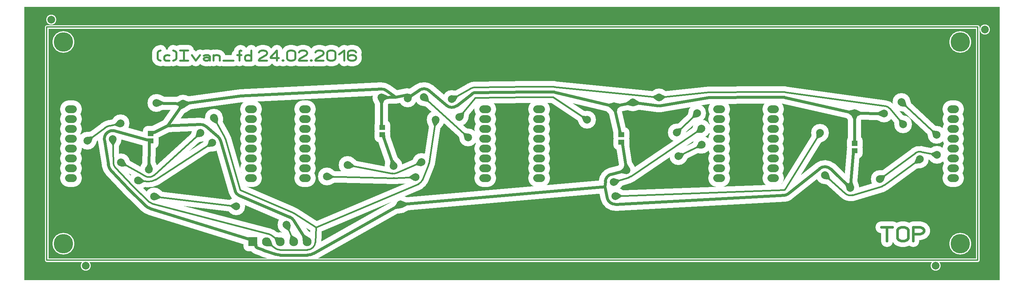
<source format=gbr>
%FSLAX34Y34*%
%MOMM*%
%LNCOPPER_TOP*%
G71*
G01*
%ADD10C, 2.600*%
%ADD11C, 0.933*%
%ADD12C, 3.400*%
%ADD13C, 3.000*%
%ADD14C, 4.600*%
%ADD15C, 4.600*%
%ADD16C, 4.900*%
%ADD17C, 3.700*%
%ADD18C, 3.450*%
%ADD19C, 5.600*%
%ADD20C, 2.600*%
%ADD21C, 2.876*%
%ADD22C, 3.035*%
%ADD23C, 0.333*%
%ADD24C, 0.800*%
%ADD25C, 0.400*%
%ADD26C, 2.000*%
%ADD27C, 2.000*%
%ADD28C, 2.300*%
%ADD29C, 1.100*%
%ADD30C, 0.850*%
%ADD31C, 5.000*%
%ADD32C, 0.476*%
%ADD33C, 0.635*%
%LPD*%
G36*
X-50000Y655332D02*
X2463571Y655332D01*
X2463571Y-50000D01*
X-50000Y-50000D01*
X-50000Y655332D01*
G37*
%LPC*%
G36*
X527440Y37786D02*
X550440Y37786D01*
X550440Y60786D01*
X527440Y60786D01*
X527440Y37786D01*
G37*
G54D10*
X527440Y37786D02*
X550440Y37786D01*
X550440Y60786D01*
X527440Y60786D01*
X527440Y37786D01*
G36*
X2082289Y277735D02*
X2097289Y277735D01*
X2097289Y290735D01*
X2082289Y290735D01*
X2082289Y277735D01*
G37*
G54D10*
X2082289Y277735D02*
X2097289Y277735D01*
X2097289Y290735D01*
X2082289Y290735D01*
X2082289Y277735D01*
G36*
X2082289Y296735D02*
X2097289Y296735D01*
X2097289Y309735D01*
X2082289Y309735D01*
X2082289Y296735D01*
G37*
G54D10*
X2082289Y296735D02*
X2097289Y296735D01*
X2097289Y309735D01*
X2082289Y309735D01*
X2082289Y296735D01*
G36*
X1480665Y299934D02*
X1495665Y299934D01*
X1495665Y312934D01*
X1480665Y312934D01*
X1480665Y299934D01*
G37*
G54D10*
X1480665Y299934D02*
X1495665Y299934D01*
X1495665Y312934D01*
X1480665Y312934D01*
X1480665Y299934D01*
G36*
X1480665Y318934D02*
X1495665Y318934D01*
X1495665Y331934D01*
X1480665Y331934D01*
X1480665Y318934D01*
G37*
G54D10*
X1480665Y318934D02*
X1495665Y318934D01*
X1495665Y331934D01*
X1480665Y331934D01*
X1480665Y318934D01*
G36*
X267943Y303156D02*
X282943Y303156D01*
X282943Y316156D01*
X267943Y316156D01*
X267943Y303156D01*
G37*
G54D10*
X267943Y303156D02*
X282943Y303156D01*
X282943Y316156D01*
X267943Y316156D01*
X267943Y303156D01*
G36*
X267943Y322156D02*
X282943Y322156D01*
X282943Y335156D01*
X267943Y335156D01*
X267943Y322156D01*
G37*
G54D10*
X267943Y322156D02*
X282943Y322156D01*
X282943Y335156D01*
X267943Y335156D01*
X267943Y322156D01*
G36*
X864780Y318982D02*
X879780Y318982D01*
X879780Y331982D01*
X864780Y331982D01*
X864780Y318982D01*
G37*
G54D10*
X864780Y318982D02*
X879780Y318982D01*
X879780Y331982D01*
X864780Y331982D01*
X864780Y318982D01*
G36*
X864780Y337982D02*
X879780Y337982D01*
X879780Y350982D01*
X864780Y350982D01*
X864780Y337982D01*
G37*
G54D10*
X864780Y337982D02*
X879780Y337982D01*
X879780Y350982D01*
X864780Y350982D01*
X864780Y337982D01*
G54D11*
X7183Y1666D02*
X7183Y603666D01*
X2407183Y603666D01*
X2407183Y1666D01*
X7183Y1666D01*
G54D12*
X1316298Y435476D02*
X1469997Y399121D01*
X1484572Y332792D01*
G54D12*
G75*
G01X1316217Y435495D02*
G03X1312729Y435892I-3488J-15108D01*
G01*
G54D12*
X1248422Y435892D02*
X1312729Y435892D01*
G54D12*
G75*
G01X1248422Y435892D02*
G03X1248151Y435890I0J-15505D01*
G01*
G54D12*
X1113210Y434462D02*
X1248258Y435891D01*
G54D12*
G75*
G01X1113103Y434461D02*
G03X1103828Y431176I271J-15503D01*
G01*
G54D12*
X1064887Y400625D02*
X1103804Y431157D01*
G54D12*
G75*
G01X1037511Y401315D02*
G03X1064853Y400599I14105J16226D01*
G01*
G54D12*
X993731Y438941D02*
X1037602Y401236D01*
G54D12*
G75*
G01X993822Y438862D02*
G03X967694Y440460I-14105J-16226D01*
G01*
G54D12*
X937710Y419207D02*
X944899Y424827D01*
X967557Y440367D01*
G54D12*
X290116Y407717D02*
X358637Y405224D01*
X318825Y349110D01*
X402949Y352194D01*
G54D12*
X882601Y439606D02*
X906193Y422664D01*
X870060Y422143D01*
X870060Y350982D01*
X870060Y346982D01*
X872280Y344482D01*
G54D12*
X2089789Y303235D02*
X2089049Y305735D01*
X2089049Y309735D01*
X2089049Y381483D01*
X1908824Y422150D01*
G54D12*
G75*
G01X417557Y347178D02*
G03X402987Y352195I-13820J-16470D01*
G01*
G54D12*
X448217Y321292D02*
X417607Y347136D01*
G54D12*
G75*
G01X455014Y310790D02*
G03X448167Y321334I-20667J-5926D01*
G01*
G54D12*
X493272Y179535D02*
X454988Y310880D01*
G54D12*
G75*
G01X493254Y179600D02*
G03X502100Y169602I14904J4274D01*
G01*
G54D12*
X634258Y112887D02*
X502043Y169626D01*
G54D12*
G75*
G01X644012Y104522D02*
G03X634180Y112920I-18233J-11393D01*
G01*
G54D12*
X678940Y49286D02*
X643951Y104620D01*
G54D12*
X1582462Y400384D02*
X1517909Y409089D01*
X1469997Y399121D01*
G54D12*
G75*
G01X1582343Y400400D02*
G03X1588698Y400456I2992J21291D01*
G01*
G54D12*
X1714356Y421479D02*
X1588883Y400486D01*
G54D12*
G75*
G01X1715017Y421534D02*
G03X1714390Y421485I0J-4005D01*
G01*
G54D12*
X1907942Y422248D02*
X1854352Y422248D01*
X1854331Y422248D01*
X1714996Y421534D01*
G54D12*
G75*
G01X1908843Y422145D02*
G03X1907942Y422248I-901J-3902D01*
G01*
G54D12*
G75*
G01X1484665Y331934D02*
G03X1484578Y332766I-4000J0D01*
G01*
G54D12*
X1488165Y325434D02*
X1484665Y327934D01*
X1484665Y331934D01*
G54D12*
G75*
G01X882697Y439537D02*
G03X868935Y443614I-12637J-17394D01*
G01*
G54D12*
X507961Y425815D02*
X869001Y443617D01*
G54D12*
G75*
G01X507948Y425814D02*
G03X507601Y425781I210J-3999D01*
G01*
G54D12*
X358637Y405224D02*
X507610Y425782D01*
G54D12*
X944885Y424845D02*
X944899Y424827D01*
X943602Y418076D01*
G54D12*
G75*
G01X944901Y424825D02*
G03X936125Y428193I-7191J-5618D01*
G01*
G54D12*
X906193Y422664D02*
X936052Y428180D01*
G54D12*
X2089049Y381483D02*
X2165509Y380302D01*
G54D12*
X284772Y331599D02*
X318825Y349110D01*
G54D12*
G75*
G01X282943Y331156D02*
G03X284759Y331592I0J4000D01*
G01*
G54D12*
X275443Y328656D02*
X278943Y331156D01*
X282943Y331156D01*
G54D12*
X876006Y317657D02*
X901650Y244581D01*
G54D12*
G75*
G01X875780Y318982D02*
G03X875998Y317680I4000J0D01*
G01*
G54D12*
X872280Y325482D02*
X875780Y322982D01*
X875780Y318982D01*
G54D12*
X1463095Y223819D02*
X1501853Y233966D01*
X1491712Y299321D01*
G54D12*
G75*
G01X1462975Y223787D02*
G03X1447158Y205267I5565J-20767D01*
G01*
G54D12*
X1451725Y162904D02*
X1445813Y191412D01*
X1447140Y205096D01*
G54D12*
X2028016Y236908D02*
X2078540Y188292D01*
X2086274Y277389D01*
G54D12*
G75*
G01X2028044Y236881D02*
G03X1999578Y238124I-14935J-15466D01*
G01*
G54D12*
X1917636Y172487D02*
X1999668Y238195D01*
G54D12*
G75*
G01X1908755Y169104D02*
G03X1917701Y172538I-812J15484D01*
G01*
G54D12*
X1473928Y145801D02*
X1908773Y169105D01*
G54D12*
G75*
G01X1451747Y162800D02*
G03X1473902Y145799I21030J4470D01*
G01*
G54D12*
X267943Y312156D02*
X271943Y312156D01*
X275443Y309656D01*
X271943Y307156D01*
X271943Y303156D01*
X271943Y303106D01*
X271102Y235415D01*
G54D12*
G75*
G01X265187Y312543D02*
G03X267943Y312156I2756J9613D01*
G01*
G54D12*
X183390Y335312D02*
X265261Y312522D01*
G54D12*
G75*
G01X183550Y335267D02*
G03X156389Y311237I-5926J-20667D01*
G01*
G54D12*
X166167Y248600D02*
X156381Y311284D01*
G54D12*
G75*
G01X166178Y248528D02*
G03X174637Y231184I32594J5162D01*
G01*
G54D12*
X218669Y184764D02*
X174830Y230979D01*
G54D12*
G75*
G01X218476Y184969D02*
G03X219687Y183737I24135J22506D01*
G01*
G54D12*
X261451Y142851D02*
X219526Y183893D01*
G54D12*
G75*
G01X261612Y142695D02*
G03X274888Y134875I22924J23738D01*
G01*
G54D12*
X526256Y56965D02*
X274766Y134912D01*
G54D12*
G75*
G01X526270Y56961D02*
G03X527440Y56786I1170J3825D01*
G01*
G54D12*
X546440Y37786D02*
X546440Y41786D01*
X538940Y49286D01*
X531440Y56786D01*
X527440Y56786D01*
G54D12*
X1445813Y191412D02*
X919120Y145577D01*
X695933Y19261D01*
G54D12*
G75*
G01X1491665Y299934D02*
G03X1491714Y299308I4000J0D01*
G01*
G54D12*
X1488165Y306434D02*
X1491665Y303934D01*
X1491665Y299934D01*
G54D12*
G75*
G01X678940Y14786D02*
G03X696190Y19408I0J34500D01*
G01*
G54D12*
X608940Y14786D02*
X678940Y14786D01*
G54D12*
G75*
G01X597708Y16665D02*
G03X608940Y14785I11232J32621D01*
G01*
G54D12*
X566383Y27563D02*
X597604Y16701D01*
G54D12*
G75*
G01X566074Y27673D02*
G03X566452Y27539I7866J21613D01*
G01*
G54D12*
X549040Y34039D02*
X565887Y27742D01*
G54D12*
G75*
G01X546440Y37786D02*
G03X549072Y34027I4000J0D01*
G01*
G54D12*
G75*
G01X2086274Y277386D02*
G03X2086289Y277735I-3985J349D01*
G01*
G54D12*
X2089789Y284235D02*
X2086289Y281735D01*
X2086289Y277735D01*
G54D12*
X1466308Y394389D02*
X1455984Y402436D01*
X1468820Y405005D01*
G54D12*
X361638Y400029D02*
X350305Y393480D01*
X352742Y406341D01*
G54D12*
X944899Y424827D02*
X938034Y425198D01*
G54D12*
X872481Y427633D02*
X884459Y422351D01*
X872639Y416725D01*
G54D12*
X2094503Y378983D02*
X2089049Y367083D01*
X2083595Y378983D01*
G54D12*
X671507Y48283D02*
X669320Y64500D01*
X683033Y55571D01*
G54D12*
X1521116Y414160D02*
X1532180Y407165D01*
X1519658Y403350D01*
G54D12*
X2085409Y376712D02*
X2075002Y384653D01*
X2087811Y387354D01*
G54D12*
X355941Y399864D02*
X344247Y405748D01*
X356337Y410766D01*
G54D12*
X292812Y413077D02*
X304506Y407193D01*
X292416Y402175D01*
G54D12*
X1475860Y397849D02*
X1473087Y385057D01*
X1465206Y395509D01*
G54D12*
X360368Y410969D02*
X372902Y407193D01*
X361860Y400163D01*
G54D12*
X1516572Y403240D02*
X1503811Y406156D01*
X1514350Y413920D01*
G54D12*
X1471334Y404970D02*
X1484095Y402054D01*
X1473556Y394290D01*
G54D12*
X2162925Y374887D02*
X2151111Y380524D01*
X2163093Y385795D01*
G54D12*
X2091633Y386898D02*
X2103447Y381261D01*
X2091465Y375990D01*
G54D12*
X875514Y419643D02*
X870060Y407743D01*
X864606Y419643D01*
G54D12*
X895675Y245134D02*
X896882Y258169D01*
X905969Y248746D01*
G54D12*
X1500815Y228056D02*
X1487922Y230319D01*
X1498053Y238610D01*
G54D12*
X2072957Y186096D02*
X2068164Y198277D01*
X2080521Y193956D01*
G54D12*
X265679Y237983D02*
X271281Y249814D01*
X276587Y237847D01*
G54D12*
X921138Y151228D02*
X933466Y146825D01*
X922084Y140360D01*
G54D12*
X1496080Y235600D02*
X1499645Y248196D01*
X1506860Y237272D01*
G54D12*
X919631Y139599D02*
X906588Y138484D01*
X914257Y149093D01*
G54D12*
X2073322Y191255D02*
X2079785Y202638D01*
X2084190Y190311D01*
G54D13*
X2166016Y195313D02*
X2257416Y262297D01*
G54D13*
G75*
G01X2160190Y192393D02*
G03X2165951Y195265I-5701J18648D01*
G01*
G54D13*
X2084135Y169612D02*
X2160084Y192361D01*
G54D13*
G75*
G01X2065492Y173801D02*
G03X2084241Y169644I13048J14491D01*
G01*
G54D13*
X2013109Y221415D02*
X2065424Y173862D01*
G54D13*
X2261180Y281430D02*
X2301979Y273404D01*
G54D13*
G75*
G01X2261137Y281439D02*
G03X2245954Y278073I-3721J-19142D01*
G01*
G54D13*
X2154489Y211041D02*
X2245889Y278025D01*
G54D13*
X1512780Y217815D02*
X1695163Y341213D01*
G54D13*
G75*
G01X1507554Y215318D02*
G03X1512757Y217800I-5701J18648D01*
G01*
G54D13*
X1468540Y203020D02*
X1507715Y215368D01*
G54D13*
X1635267Y269916D02*
X1695781Y300024D01*
G54D13*
X900932Y213589D02*
X729728Y217555D01*
G54D13*
G75*
G01X901109Y213586D02*
G03X903272Y213624I541J30995D01*
G01*
G54D13*
X957867Y216342D02*
X903192Y213619D01*
G54D13*
X898001Y225425D02*
X783208Y247291D01*
G54D13*
G75*
G01X897929Y225439D02*
G03X909581Y226767I3721J19142D01*
G01*
G54D13*
X973334Y254624D02*
X909458Y226712D01*
G54D13*
X288036Y209449D02*
X434347Y304864D01*
G54D13*
G75*
G01X267324Y204646D02*
G03X287986Y209416I3778J30769D01*
G01*
G54D13*
X242611Y207475D02*
X267575Y204616D01*
G54D13*
X1908014Y182584D02*
X1472777Y167270D01*
G54D13*
G75*
G01X1908013Y182584D02*
G03X1909644Y183526I-70J2004D01*
G01*
G54D13*
X2000487Y330046D02*
X1909647Y183531D01*
G54D13*
X1111825Y420232D02*
X1071193Y370830D01*
G54D13*
G75*
G01X1113339Y420963D02*
G03X1111816Y420220I35J-2005D01*
G01*
G54D13*
X1312729Y422392D02*
X1248422Y422392D01*
X1248401Y422392D01*
X1113353Y420963D01*
G54D13*
G75*
G01X1313850Y422049D02*
G03X1312729Y422392I-1121J-1662D01*
G01*
G54D13*
X1400070Y364094D02*
X1313848Y422051D01*
G54D13*
X496100Y140738D02*
X284536Y166433D01*
G54D13*
X586540Y66086D02*
X608940Y49286D01*
G54D13*
G75*
G01X586578Y66057D02*
G03X579375Y69570I-12638J-16771D01*
G01*
G54D13*
X279626Y147561D02*
X579228Y69609D01*
G54D13*
G75*
G01X270990Y152406D02*
G03X279489Y147597I13546J14027D01*
G01*
G54D13*
X228970Y193540D02*
X270895Y152498D01*
G54D13*
G75*
G01X228350Y194176D02*
G03X229065Y193448I14261J13299D01*
G01*
G54D13*
X184625Y240270D02*
X228464Y194055D01*
G54D13*
G75*
G01X179284Y253009D02*
G03X184511Y240391I19488J681D01*
G01*
G54D13*
X177624Y314600D02*
X179279Y253165D01*
G54D13*
X2210554Y409472D02*
X2301042Y324947D01*
G54D13*
X1631014Y331149D02*
X1683671Y381449D01*
G54D13*
X979717Y422636D02*
X1093622Y318315D01*
G54D13*
X156867Y342780D02*
X112645Y310207D01*
G54D13*
G75*
G01X170347Y348835D02*
G03X157052Y342916I7277J-34235D01*
G01*
G54D13*
X197690Y354574D02*
X170435Y348854D01*
G54D13*
X251971Y224582D02*
X198772Y253690D01*
G54D13*
G75*
G01X253231Y223828D02*
G03X252064Y224529I-10620J-16353D01*
G01*
G54D13*
X260386Y219124D02*
X253327Y223766D01*
G54D13*
G75*
G01X260482Y219062D02*
G03X284400Y221154I10620J16353D01*
G01*
G54D13*
X403737Y330708D02*
X284289Y221050D01*
G54D13*
X464841Y322044D02*
X438419Y368942D01*
G54D13*
G75*
G01X467991Y314511D02*
G03X464959Y321832I-33644J-9647D01*
G01*
G54D13*
X506233Y183313D02*
X467949Y314658D01*
G54D13*
G75*
G01X506231Y183321D02*
G03X507375Y182028I1927J553D01*
G01*
G54D13*
X639582Y125292D02*
X507367Y182031D01*
G54D13*
G75*
G01X644841Y122482D02*
G03X639455Y125347I-19062J-29353D01*
G01*
G54D13*
X965505Y198400D02*
X701663Y86087D01*
X644657Y122601D01*
G54D13*
X1099171Y444248D02*
X1051616Y417541D01*
G54D13*
G75*
G01X1112868Y447959D02*
G03X1099312Y444326I506J-29001D01*
G01*
G54D13*
X1248115Y449390D02*
X1113067Y447961D01*
G54D13*
G75*
G01X1248422Y449392D02*
G03X1247916Y449388I0J-29005D01*
G01*
G54D13*
X1312729Y449392D02*
X1248422Y449392D01*
G54D13*
G75*
G01X1315761Y449233D02*
G03X1312729Y449392I-3032J-28846D01*
G01*
G54D13*
X1713213Y434941D02*
X1585335Y421691D01*
X1519923Y428485D01*
X1519881Y428489D01*
X1315662Y449243D01*
G54D13*
G75*
G01X1715017Y435034D02*
G03X1713187Y434938I0J-17505D01*
G01*
G54D13*
X1907942Y435748D02*
X1854352Y435748D01*
X1854262Y435748D01*
X1714927Y435034D01*
G54D13*
G75*
G01X1910378Y435578D02*
G03X1907942Y435748I-2436J-17335D01*
G01*
G54D13*
X2168203Y399615D02*
X1910360Y435580D01*
G54D13*
G75*
G01X2180448Y392837D02*
G03X2168223Y399613I-14939J-12535D01*
G01*
G54D13*
X2214827Y352293D02*
X2180382Y392914D01*
G54D13*
G75*
G01X965486Y198392D02*
G03X975947Y209037I-7619J17950D01*
G01*
G54D13*
X991414Y247319D02*
X975947Y209037D01*
G54D13*
G75*
G01X991414Y247319D02*
G03X992594Y251574I-18080J7305D01*
G01*
G54D13*
X1009944Y363927D02*
X992606Y251648D01*
G54D13*
X699918Y48317D02*
X701663Y86087D01*
G54D13*
G75*
G01X678940Y28286D02*
G03X699911Y48187I0J21000D01*
G01*
G54D13*
X608940Y28286D02*
X678940Y28286D01*
G54D13*
G75*
G01X596302Y32515D02*
G03X608940Y28286I12638J16771D01*
G01*
G54D13*
X573940Y49286D02*
X596340Y32486D01*
G54D13*
X643940Y49286D02*
X625779Y93129D01*
G54D13*
X2257907Y254312D02*
X2245479Y253548D01*
X2249949Y265170D01*
G54D13*
X2020836Y223487D02*
X2024061Y211460D01*
X2011782Y213525D01*
G54D13*
X2296437Y267635D02*
X2287457Y276261D01*
X2299035Y280843D01*
G54D13*
X2153998Y219026D02*
X2166426Y219790D01*
X2161956Y208168D01*
G54D13*
X1695353Y333215D02*
X1682905Y332919D01*
X1687809Y344365D01*
G54D13*
X1470641Y210739D02*
X1482655Y207469D01*
X1474687Y197901D01*
G54D13*
X1694907Y292072D02*
X1682530Y293431D01*
X1688911Y304124D01*
G54D13*
X1636141Y277868D02*
X1648518Y276509D01*
X1642137Y265816D01*
G54D13*
X734207Y224184D02*
X744524Y217212D01*
X733895Y210726D01*
G54D13*
X953883Y209405D02*
X943085Y215606D01*
X953213Y222849D01*
G54D13*
X788715Y253094D02*
X797747Y244522D01*
X786197Y239870D01*
G54D13*
X972066Y246725D02*
X959772Y248698D01*
X966676Y259061D01*
G54D13*
X434401Y296864D02*
X421950Y296780D01*
X427049Y308140D01*
G54D13*
X247673Y213670D02*
X257315Y205791D01*
X246141Y200296D01*
G54D13*
X1476863Y174148D02*
X1487568Y167790D01*
X1477335Y160696D01*
G54D13*
X2003929Y322824D02*
X1992688Y317467D01*
X1992487Y329918D01*
G54D13*
X1068742Y378445D02*
X1080594Y382260D01*
X1079138Y369895D01*
G54D13*
X1392726Y360920D02*
X1387787Y372350D01*
X1400236Y372092D01*
G54D13*
X289640Y172593D02*
X299228Y164649D01*
X288018Y159231D01*
G54D13*
X490996Y134578D02*
X481408Y142522D01*
X492618Y147940D01*
G54D13*
X599879Y46432D02*
X595900Y59066D01*
X609143Y58784D01*
G54D13*
X184469Y310458D02*
X178023Y299805D01*
X171013Y310096D01*
G54D13*
X2293287Y322981D02*
X2290227Y335050D01*
X2302477Y332817D01*
G54D13*
X2218309Y411438D02*
X2221369Y399369D01*
X2209119Y401602D01*
G54D13*
X1685193Y373595D02*
X1672969Y371226D01*
X1675895Y383329D01*
G54D13*
X1629492Y339003D02*
X1641716Y341372D01*
X1638790Y329269D01*
G54D13*
X1085887Y316273D02*
X1082708Y328311D01*
X1094979Y326199D01*
G54D13*
X987452Y424678D02*
X990631Y412640D01*
X978360Y414752D01*
G54D13*
X112136Y318190D02*
X124561Y318984D01*
X120118Y307352D01*
G54D13*
X194840Y347099D02*
X183206Y351534D01*
X192076Y360273D01*
G54D13*
X205797Y257519D02*
X211756Y246586D01*
X199335Y245709D01*
G54D13*
X405104Y322826D02*
X392835Y320699D01*
X396000Y332742D01*
G54D13*
X446406Y368479D02*
X445684Y356048D01*
X434678Y361871D01*
G54D13*
X1052090Y425526D02*
X1064520Y424788D01*
X1058682Y413790D01*
G54D13*
X1580339Y415443D02*
X1570614Y423220D01*
X1581729Y428833D01*
G54D13*
X1588942Y428832D02*
X1600056Y423216D01*
X1590330Y415442D01*
G54D13*
X2206897Y351238D02*
X2205255Y363581D01*
X2217163Y359944D01*
G54D13*
X1015936Y358626D02*
X1007685Y349300D01*
X1002632Y360680D01*
G54D13*
X583001Y52140D02*
X586980Y39506D01*
X573737Y39788D01*
G54D13*
X633652Y91710D02*
X631443Y79456D01*
X621216Y86558D01*
G54D13*
X634689Y51447D02*
X637702Y64345D01*
X648953Y57355D01*
G54D14*
X1874737Y391566D02*
X1884737Y391566D01*
G54D14*
X1874737Y366166D02*
X1884737Y366166D01*
G54D14*
X1874737Y340766D02*
X1884737Y340766D01*
G54D14*
X1874737Y315366D02*
X1884737Y315366D01*
G54D14*
X1874737Y289966D02*
X1884737Y289966D01*
G54D14*
X1874737Y264566D02*
X1884737Y264566D01*
G54D14*
X1874737Y239166D02*
X1884737Y239166D01*
G54D14*
X1874737Y213766D02*
X1884737Y213766D01*
G54D14*
X2338737Y391566D02*
X2348737Y391566D01*
G54D14*
X2338737Y366166D02*
X2348737Y366166D01*
G54D14*
X2338737Y340766D02*
X2348737Y340766D01*
G54D14*
X2338737Y315366D02*
X2348737Y315366D01*
G54D14*
X2338737Y289966D02*
X2348737Y289966D01*
G54D14*
X2338737Y264566D02*
X2348737Y264566D01*
G54D14*
X2338737Y239166D02*
X2348737Y239166D01*
G54D14*
X2338737Y213766D02*
X2348737Y213766D01*
G54D14*
X1271554Y391566D02*
X1281554Y391566D01*
G54D14*
X1271554Y366166D02*
X1281554Y366166D01*
G54D14*
X1271554Y340766D02*
X1281554Y340766D01*
G54D14*
X1271554Y315366D02*
X1281554Y315366D01*
G54D14*
X1271554Y289966D02*
X1281554Y289966D01*
G54D14*
X1271554Y264566D02*
X1281554Y264566D01*
G54D14*
X1271554Y239166D02*
X1281554Y239166D01*
G54D14*
X1271554Y213766D02*
X1281554Y213766D01*
G54D14*
X1735554Y391566D02*
X1745554Y391566D01*
G54D14*
X1735554Y366166D02*
X1745554Y366166D01*
G54D14*
X1735554Y340766D02*
X1745554Y340766D01*
G54D14*
X1735554Y315366D02*
X1745554Y315366D01*
G54D14*
X1735554Y289966D02*
X1745554Y289966D01*
G54D14*
X1735554Y264566D02*
X1745554Y264566D01*
G54D14*
X1735554Y239166D02*
X1745554Y239166D01*
G54D14*
X1735554Y213766D02*
X1745554Y213766D01*
G54D14*
X668364Y391566D02*
X678364Y391566D01*
G54D14*
X668364Y366166D02*
X678364Y366166D01*
G54D14*
X668364Y340766D02*
X678364Y340766D01*
G54D14*
X668364Y315366D02*
X678364Y315366D01*
G54D14*
X668364Y289966D02*
X678364Y289966D01*
G54D14*
X668364Y264566D02*
X678364Y264566D01*
G54D14*
X668364Y239166D02*
X678364Y239166D01*
G54D14*
X668364Y213766D02*
X678364Y213766D01*
G54D14*
X1132364Y391566D02*
X1142364Y391566D01*
G54D14*
X1132364Y366166D02*
X1142364Y366166D01*
G54D14*
X1132364Y340766D02*
X1142364Y340766D01*
G54D14*
X1132364Y315366D02*
X1142364Y315366D01*
G54D14*
X1132364Y289966D02*
X1142364Y289966D01*
G54D14*
X1132364Y264566D02*
X1142364Y264566D01*
G54D14*
X1132364Y239166D02*
X1142364Y239166D01*
G54D14*
X1132364Y213766D02*
X1142364Y213766D01*
G54D14*
X64834Y391566D02*
X74834Y391566D01*
G54D14*
X64834Y366166D02*
X74834Y366166D01*
G54D14*
X64834Y340766D02*
X74834Y340766D01*
G54D14*
X64834Y315366D02*
X74834Y315366D01*
G54D14*
X64834Y289966D02*
X74834Y289966D01*
G54D14*
X64834Y264566D02*
X74834Y264566D01*
G54D14*
X64834Y239166D02*
X74834Y239166D01*
G54D14*
X64834Y213766D02*
X74834Y213766D01*
G54D14*
X528834Y391566D02*
X538834Y391566D01*
G54D14*
X528834Y366166D02*
X538834Y366166D01*
G54D14*
X528834Y340766D02*
X538834Y340766D01*
G54D14*
X528834Y315366D02*
X538834Y315366D01*
G54D14*
X528834Y289966D02*
X538834Y289966D01*
G54D14*
X528834Y264566D02*
X538834Y264566D01*
G54D14*
X528834Y239166D02*
X538834Y239166D01*
G54D14*
X528834Y213766D02*
X538834Y213766D01*
X919120Y145577D02*
G54D15*
D03*
X870060Y422143D02*
G54D15*
D03*
X358637Y405224D02*
G54D15*
D03*
X1501853Y233966D02*
G54D15*
D03*
X1585335Y421691D02*
G54D15*
D03*
X2089049Y381483D02*
G54D15*
D03*
X1009944Y363927D02*
G54D15*
D03*
X271102Y235415D02*
G54D15*
D03*
X1469997Y399121D02*
G54D15*
D03*
X1517909Y409089D02*
G54D15*
D03*
X625779Y93129D02*
G54D15*
D03*
X937710Y419207D02*
G54D15*
D03*
X2078540Y188292D02*
G54D15*
D03*
X2257416Y262297D02*
G54D15*
D03*
X2013109Y221415D02*
G54D15*
D03*
X2301979Y273404D02*
G54D15*
D03*
X2154489Y211041D02*
G54D15*
D03*
X1695163Y341213D02*
G54D15*
D03*
X1468540Y203020D02*
G54D15*
D03*
X1695781Y300024D02*
G54D15*
D03*
X1635267Y269916D02*
G54D15*
D03*
X729728Y217555D02*
G54D15*
D03*
X957867Y216342D02*
G54D15*
D03*
X783208Y247291D02*
G54D15*
D03*
X973334Y254624D02*
G54D15*
D03*
X434347Y304864D02*
G54D15*
D03*
X242611Y207475D02*
G54D15*
D03*
X290116Y407717D02*
G54D15*
D03*
X2165509Y380302D02*
G54D15*
D03*
X1472777Y167270D02*
G54D15*
D03*
X2000487Y330046D02*
G54D15*
D03*
X1071193Y370830D02*
G54D15*
D03*
X1400070Y364094D02*
G54D15*
D03*
X284536Y166433D02*
G54D15*
D03*
X496100Y140738D02*
G54D15*
D03*
X177624Y314600D02*
G54D15*
D03*
X2301042Y324947D02*
G54D15*
D03*
X2210554Y409472D02*
G54D15*
D03*
X1683671Y381449D02*
G54D15*
D03*
X1631014Y331149D02*
G54D15*
D03*
X1093622Y318315D02*
G54D15*
D03*
X979717Y422636D02*
G54D15*
D03*
X112645Y310207D02*
G54D15*
D03*
X197690Y354574D02*
G54D15*
D03*
X198772Y253690D02*
G54D15*
D03*
X403737Y330708D02*
G54D15*
D03*
X2214827Y352293D02*
G54D15*
D03*
X1051616Y417541D02*
G54D15*
D03*
X438419Y368942D02*
G54D15*
D03*
X901650Y244581D02*
G54D15*
D03*
X678940Y49286D02*
G54D16*
D03*
X643940Y49286D02*
G54D16*
D03*
X608940Y49286D02*
G54D16*
D03*
X573940Y49286D02*
G54D16*
D03*
X538934Y49286D02*
G54D17*
D03*
X2343734Y391566D02*
G54D18*
D03*
X533834Y239166D02*
G54D18*
D03*
X533834Y213766D02*
G54D18*
D03*
X533834Y289966D02*
G54D18*
D03*
X533834Y264566D02*
G54D18*
D03*
X533834Y340766D02*
G54D18*
D03*
X533834Y315366D02*
G54D18*
D03*
X533834Y391566D02*
G54D18*
D03*
X533834Y366166D02*
G54D18*
D03*
X69834Y239166D02*
G54D18*
D03*
X69834Y213766D02*
G54D18*
D03*
X69834Y289966D02*
G54D18*
D03*
X69834Y264566D02*
G54D18*
D03*
X69834Y340766D02*
G54D18*
D03*
X69834Y315366D02*
G54D18*
D03*
X69834Y391566D02*
G54D18*
D03*
X69834Y366166D02*
G54D18*
D03*
X1137364Y239166D02*
G54D18*
D03*
X1137364Y213766D02*
G54D18*
D03*
X1137364Y289966D02*
G54D18*
D03*
X1137364Y264566D02*
G54D18*
D03*
X1137364Y340766D02*
G54D18*
D03*
X1137364Y315366D02*
G54D18*
D03*
X1137364Y391566D02*
G54D18*
D03*
X1137364Y366166D02*
G54D18*
D03*
X673364Y239166D02*
G54D18*
D03*
X673364Y213766D02*
G54D18*
D03*
X673364Y289966D02*
G54D18*
D03*
X673364Y264566D02*
G54D18*
D03*
X673364Y340766D02*
G54D18*
D03*
X673364Y315366D02*
G54D18*
D03*
X673364Y391566D02*
G54D18*
D03*
X673364Y366166D02*
G54D18*
D03*
X1740554Y239166D02*
G54D18*
D03*
X1740554Y213766D02*
G54D18*
D03*
X1740554Y289966D02*
G54D18*
D03*
X1740554Y264566D02*
G54D18*
D03*
X1740554Y340766D02*
G54D18*
D03*
X1740554Y315366D02*
G54D18*
D03*
X1740554Y391566D02*
G54D18*
D03*
X1740554Y366166D02*
G54D18*
D03*
X1276554Y239166D02*
G54D18*
D03*
X1276554Y213766D02*
G54D18*
D03*
X1276554Y289966D02*
G54D18*
D03*
X1276554Y264566D02*
G54D18*
D03*
X1276554Y340766D02*
G54D18*
D03*
X1276554Y315366D02*
G54D18*
D03*
X1276554Y391566D02*
G54D18*
D03*
X1276554Y366166D02*
G54D18*
D03*
X2343734Y239166D02*
G54D18*
D03*
X2343734Y213766D02*
G54D18*
D03*
X2343734Y289966D02*
G54D18*
D03*
X2343734Y264566D02*
G54D18*
D03*
X2343734Y340766D02*
G54D18*
D03*
X2343734Y315366D02*
G54D18*
D03*
X2343734Y366166D02*
G54D18*
D03*
X1879734Y239166D02*
G54D18*
D03*
X1879734Y213766D02*
G54D18*
D03*
X1879734Y289966D02*
G54D18*
D03*
X1879734Y264566D02*
G54D18*
D03*
X1879734Y340766D02*
G54D18*
D03*
X1879734Y315366D02*
G54D18*
D03*
X1879734Y391566D02*
G54D18*
D03*
X1879734Y366166D02*
G54D18*
D03*
X50800Y565150D02*
G54D19*
D03*
X50800Y44450D02*
G54D19*
D03*
X2362200Y44450D02*
G54D19*
D03*
X2362200Y565150D02*
G54D19*
D03*
X19050Y622300D02*
G54D20*
D03*
X107950Y-12700D02*
G54D20*
D03*
X2425700Y596900D02*
G54D20*
D03*
X2298700Y-12700D02*
G54D20*
D03*
G54D21*
X301464Y542922D02*
X296131Y541256D01*
X293464Y537922D01*
X293464Y521256D01*
X296131Y517922D01*
X301464Y516256D01*
G54D21*
X324130Y530256D02*
X318797Y531256D01*
X313464Y530256D01*
X310797Y526922D01*
X310797Y520256D01*
X313464Y516922D01*
X318797Y516256D01*
X324130Y516922D01*
G54D21*
X333463Y542922D02*
X338796Y541256D01*
X341463Y537922D01*
X341463Y521256D01*
X338796Y517922D01*
X333463Y516256D01*
G54D21*
X350796Y516256D02*
X372129Y516256D01*
G54D21*
X361463Y516256D02*
X361463Y542922D01*
G54D21*
X350796Y542922D02*
X372129Y542922D01*
G54D21*
X381462Y531256D02*
X392129Y516256D01*
X402795Y531256D01*
G54D21*
X412128Y529589D02*
X417461Y531256D01*
X423861Y531256D01*
X428128Y527922D01*
X428128Y516256D01*
G54D21*
X428128Y521256D02*
X425461Y524589D01*
X420128Y525256D01*
X414795Y524589D01*
X412128Y521256D01*
X413195Y517922D01*
X417461Y516256D01*
X420128Y516256D01*
X421195Y516256D01*
X425461Y517922D01*
X428128Y521256D01*
G54D21*
X437461Y516256D02*
X437461Y531256D01*
G54D21*
X437461Y527922D02*
X440128Y530256D01*
X445461Y531256D01*
X450794Y530256D01*
X453461Y527922D01*
X453461Y516256D01*
G54D21*
X462794Y516256D02*
X489461Y516256D01*
G54D21*
X504127Y516256D02*
X504127Y541256D01*
X506794Y542922D01*
X509461Y541922D01*
G54D21*
X498794Y531256D02*
X509461Y531256D01*
G54D21*
X534794Y516256D02*
X534794Y542922D01*
G54D21*
X534794Y526922D02*
X532127Y530256D01*
X526794Y531256D01*
X521461Y530256D01*
X518794Y526922D01*
X518794Y520256D01*
X521461Y516922D01*
X526794Y516256D01*
X532127Y516922D01*
X534794Y520256D01*
G54D21*
X575326Y516256D02*
X553993Y516256D01*
X553993Y517922D01*
X556660Y521256D01*
X572660Y531256D01*
X575326Y534589D01*
X575326Y537922D01*
X572660Y541256D01*
X567326Y542922D01*
X561993Y542922D01*
X556660Y541256D01*
X553993Y537922D01*
G54D21*
X600659Y516256D02*
X600659Y542922D01*
X584659Y526256D01*
X584659Y522922D01*
X605992Y522922D01*
G54D21*
X617458Y516256D02*
X615325Y516256D01*
X615325Y517589D01*
X617458Y517589D01*
X617458Y516256D01*
X615325Y516256D01*
G54D21*
X648124Y537922D02*
X648124Y521256D01*
X645458Y517922D01*
X640124Y516256D01*
X634791Y516256D01*
X629458Y517922D01*
X626791Y521256D01*
X626791Y537922D01*
X629458Y541256D01*
X634791Y542922D01*
X640124Y542922D01*
X645458Y541256D01*
X648124Y537922D01*
G54D21*
X678790Y516256D02*
X657457Y516256D01*
X657457Y517922D01*
X660124Y521256D01*
X676124Y531256D01*
X678790Y534589D01*
X678790Y537922D01*
X676124Y541256D01*
X670790Y542922D01*
X665457Y542922D01*
X660124Y541256D01*
X657457Y537922D01*
G54D21*
X690256Y516256D02*
X688123Y516256D01*
X688123Y517589D01*
X690256Y517589D01*
X690256Y516256D01*
X688123Y516256D01*
G54D21*
X720922Y516256D02*
X699589Y516256D01*
X699589Y517922D01*
X702256Y521256D01*
X718256Y531256D01*
X720922Y534589D01*
X720922Y537922D01*
X718256Y541256D01*
X712922Y542922D01*
X707589Y542922D01*
X702256Y541256D01*
X699589Y537922D01*
G54D21*
X751588Y537922D02*
X751588Y521256D01*
X748922Y517922D01*
X743588Y516256D01*
X738255Y516256D01*
X732922Y517922D01*
X730255Y521256D01*
X730255Y537922D01*
X732922Y541256D01*
X738255Y542922D01*
X743588Y542922D01*
X748922Y541256D01*
X751588Y537922D01*
G54D21*
X760921Y532922D02*
X774254Y542922D01*
X774254Y516256D01*
G54D21*
X804920Y537922D02*
X802254Y541256D01*
X796920Y542922D01*
X791587Y542922D01*
X786254Y541256D01*
X783587Y537922D01*
X783587Y529589D01*
X783587Y527922D01*
X791587Y531256D01*
X796920Y531256D01*
X802254Y529589D01*
X804920Y526256D01*
X804920Y521256D01*
X802254Y517922D01*
X796920Y516256D01*
X791587Y516256D01*
X786254Y517922D01*
X783587Y521256D01*
X783587Y529589D01*
G54D22*
X2173222Y50800D02*
X2173222Y86356D01*
G54D22*
X2159000Y86356D02*
X2187444Y86356D01*
G54D22*
X2228332Y79689D02*
X2228332Y57467D01*
X2224777Y53022D01*
X2217666Y50800D01*
X2210555Y50800D01*
X2203444Y53022D01*
X2199888Y57467D01*
X2199888Y79689D01*
X2203444Y84133D01*
X2210555Y86356D01*
X2217666Y86356D01*
X2224777Y84133D01*
X2228332Y79689D01*
G54D22*
X2240776Y50800D02*
X2240776Y86356D01*
X2258554Y86356D01*
X2265665Y84133D01*
X2269220Y79689D01*
X2269220Y75244D01*
X2265665Y70800D01*
X2258554Y68578D01*
X2240776Y68578D01*
%LPD*%
G36*
X527440Y37786D02*
X550440Y37786D01*
X550440Y60786D01*
X527440Y60786D01*
X527440Y37786D01*
G37*
G36*
X2082289Y277735D02*
X2097289Y277735D01*
X2097289Y290735D01*
X2082289Y290735D01*
X2082289Y277735D01*
G37*
G36*
X2082289Y296735D02*
X2097289Y296735D01*
X2097289Y309735D01*
X2082289Y309735D01*
X2082289Y296735D01*
G37*
G36*
X1480665Y299934D02*
X1495665Y299934D01*
X1495665Y312934D01*
X1480665Y312934D01*
X1480665Y299934D01*
G37*
G36*
X1480665Y318934D02*
X1495665Y318934D01*
X1495665Y331934D01*
X1480665Y331934D01*
X1480665Y318934D01*
G37*
G36*
X267943Y303156D02*
X282943Y303156D01*
X282943Y316156D01*
X267943Y316156D01*
X267943Y303156D01*
G37*
G36*
X267943Y322156D02*
X282943Y322156D01*
X282943Y335156D01*
X267943Y335156D01*
X267943Y322156D01*
G37*
G36*
X864780Y318982D02*
X879780Y318982D01*
X879780Y331982D01*
X864780Y331982D01*
X864780Y318982D01*
G37*
G36*
X864780Y337982D02*
X879780Y337982D01*
X879780Y350982D01*
X864780Y350982D01*
X864780Y337982D01*
G37*
G54D23*
X7183Y1666D02*
X7183Y603666D01*
X2407183Y603666D01*
X2407183Y1666D01*
X7183Y1666D01*
G54D24*
X1316298Y435476D02*
X1469997Y399121D01*
X1484572Y332792D01*
G54D24*
G75*
G01X1316217Y435495D02*
G03X1312729Y435892I-3488J-15108D01*
G01*
G54D24*
X1248422Y435892D02*
X1312729Y435892D01*
G54D24*
G75*
G01X1248422Y435892D02*
G03X1248151Y435890I0J-15505D01*
G01*
G54D24*
X1113210Y434462D02*
X1248258Y435891D01*
G54D24*
G75*
G01X1113103Y434461D02*
G03X1103828Y431176I271J-15503D01*
G01*
G54D24*
X1064887Y400625D02*
X1103804Y431157D01*
G54D24*
G75*
G01X1037511Y401315D02*
G03X1064853Y400599I14105J16226D01*
G01*
G54D24*
X993731Y438941D02*
X1037602Y401236D01*
G54D24*
G75*
G01X993822Y438862D02*
G03X967694Y440460I-14105J-16226D01*
G01*
G54D24*
X937710Y419207D02*
X944899Y424827D01*
X967557Y440367D01*
G54D24*
X290116Y407717D02*
X358637Y405224D01*
X318825Y349110D01*
X402949Y352194D01*
G54D24*
X882601Y439606D02*
X906193Y422664D01*
X870060Y422143D01*
X870060Y350982D01*
X870060Y346982D01*
X872280Y344482D01*
G54D24*
X2089789Y303235D02*
X2089049Y305735D01*
X2089049Y309735D01*
X2089049Y381483D01*
X1908824Y422150D01*
G54D24*
G75*
G01X417557Y347178D02*
G03X402987Y352195I-13820J-16470D01*
G01*
G54D24*
X448217Y321292D02*
X417607Y347136D01*
G54D24*
G75*
G01X455014Y310790D02*
G03X448167Y321334I-20667J-5926D01*
G01*
G54D24*
X493272Y179535D02*
X454988Y310880D01*
G54D24*
G75*
G01X493254Y179600D02*
G03X502100Y169602I14904J4274D01*
G01*
G54D24*
X634258Y112887D02*
X502043Y169626D01*
G54D24*
G75*
G01X644012Y104522D02*
G03X634180Y112920I-18233J-11393D01*
G01*
G54D24*
X678940Y49286D02*
X643951Y104620D01*
G54D24*
X1582462Y400384D02*
X1517909Y409089D01*
X1469997Y399121D01*
G54D24*
G75*
G01X1582343Y400400D02*
G03X1588698Y400456I2992J21291D01*
G01*
G54D24*
X1714356Y421479D02*
X1588883Y400486D01*
G54D24*
G75*
G01X1715017Y421534D02*
G03X1714390Y421485I0J-4005D01*
G01*
G54D24*
X1907942Y422248D02*
X1854352Y422248D01*
X1854331Y422248D01*
X1714996Y421534D01*
G54D24*
G75*
G01X1908843Y422145D02*
G03X1907942Y422248I-901J-3902D01*
G01*
G54D24*
G75*
G01X1484665Y331934D02*
G03X1484578Y332766I-4000J0D01*
G01*
G54D24*
X1488165Y325434D02*
X1484665Y327934D01*
X1484665Y331934D01*
G54D24*
G75*
G01X882697Y439537D02*
G03X868935Y443614I-12637J-17394D01*
G01*
G54D24*
X507961Y425815D02*
X869001Y443617D01*
G54D24*
G75*
G01X507948Y425814D02*
G03X507601Y425781I210J-3999D01*
G01*
G54D24*
X358637Y405224D02*
X507610Y425782D01*
G54D24*
X944885Y424845D02*
X944899Y424827D01*
X943602Y418076D01*
G54D24*
G75*
G01X944901Y424825D02*
G03X936125Y428193I-7191J-5618D01*
G01*
G54D24*
X906193Y422664D02*
X936052Y428180D01*
G54D24*
X2089049Y381483D02*
X2165509Y380302D01*
G54D24*
X284772Y331599D02*
X318825Y349110D01*
G54D24*
G75*
G01X282943Y331156D02*
G03X284759Y331592I0J4000D01*
G01*
G54D24*
X275443Y328656D02*
X278943Y331156D01*
X282943Y331156D01*
G54D24*
X876006Y317657D02*
X901650Y244581D01*
G54D24*
G75*
G01X875780Y318982D02*
G03X875998Y317680I4000J0D01*
G01*
G54D24*
X872280Y325482D02*
X875780Y322982D01*
X875780Y318982D01*
G54D24*
X1463095Y223819D02*
X1501853Y233966D01*
X1491712Y299321D01*
G54D24*
G75*
G01X1462975Y223787D02*
G03X1447158Y205267I5565J-20767D01*
G01*
G54D24*
X1451725Y162904D02*
X1445813Y191412D01*
X1447140Y205096D01*
G54D24*
X2028016Y236908D02*
X2078540Y188292D01*
X2086274Y277389D01*
G54D24*
G75*
G01X2028044Y236881D02*
G03X1999578Y238124I-14935J-15466D01*
G01*
G54D24*
X1917636Y172487D02*
X1999668Y238195D01*
G54D24*
G75*
G01X1908755Y169104D02*
G03X1917701Y172538I-812J15484D01*
G01*
G54D24*
X1473928Y145801D02*
X1908773Y169105D01*
G54D24*
G75*
G01X1451747Y162800D02*
G03X1473902Y145799I21030J4470D01*
G01*
G54D24*
X267943Y312156D02*
X271943Y312156D01*
X275443Y309656D01*
X271943Y307156D01*
X271943Y303156D01*
X271943Y303106D01*
X271102Y235415D01*
G54D24*
G75*
G01X265187Y312543D02*
G03X267943Y312156I2756J9613D01*
G01*
G54D24*
X183390Y335312D02*
X265261Y312522D01*
G54D24*
G75*
G01X183550Y335267D02*
G03X156389Y311237I-5926J-20667D01*
G01*
G54D24*
X166167Y248600D02*
X156381Y311284D01*
G54D24*
G75*
G01X166178Y248528D02*
G03X174637Y231184I32594J5162D01*
G01*
G54D24*
X218669Y184764D02*
X174830Y230979D01*
G54D24*
G75*
G01X218476Y184969D02*
G03X219687Y183737I24135J22506D01*
G01*
G54D24*
X261451Y142851D02*
X219526Y183893D01*
G54D24*
G75*
G01X261612Y142695D02*
G03X274888Y134875I22924J23738D01*
G01*
G54D24*
X526256Y56965D02*
X274766Y134912D01*
G54D24*
G75*
G01X526270Y56961D02*
G03X527440Y56786I1170J3825D01*
G01*
G54D24*
X546440Y37786D02*
X546440Y41786D01*
X538940Y49286D01*
X531440Y56786D01*
X527440Y56786D01*
G54D24*
X1445813Y191412D02*
X919120Y145577D01*
X695933Y19261D01*
G54D24*
G75*
G01X1491665Y299934D02*
G03X1491714Y299308I4000J0D01*
G01*
G54D24*
X1488165Y306434D02*
X1491665Y303934D01*
X1491665Y299934D01*
G54D24*
G75*
G01X678940Y14786D02*
G03X696190Y19408I0J34500D01*
G01*
G54D24*
X608940Y14786D02*
X678940Y14786D01*
G54D24*
G75*
G01X597708Y16665D02*
G03X608940Y14785I11232J32621D01*
G01*
G54D24*
X566383Y27563D02*
X597604Y16701D01*
G54D24*
G75*
G01X566074Y27673D02*
G03X566452Y27539I7866J21613D01*
G01*
G54D24*
X549040Y34039D02*
X565887Y27742D01*
G54D24*
G75*
G01X546440Y37786D02*
G03X549072Y34027I4000J0D01*
G01*
G54D24*
G75*
G01X2086274Y277386D02*
G03X2086289Y277735I-3985J349D01*
G01*
G54D24*
X2089789Y284235D02*
X2086289Y281735D01*
X2086289Y277735D01*
G54D24*
X1466308Y394389D02*
X1455984Y402436D01*
X1468820Y405005D01*
G54D24*
X361638Y400029D02*
X350305Y393480D01*
X352742Y406341D01*
G54D24*
X944899Y424827D02*
X938034Y425198D01*
G54D24*
X872481Y427633D02*
X884459Y422351D01*
X872639Y416725D01*
G54D24*
X2094503Y378983D02*
X2089049Y367083D01*
X2083595Y378983D01*
G54D24*
X671507Y48283D02*
X669320Y64500D01*
X683033Y55571D01*
G54D24*
X1521116Y414160D02*
X1532180Y407165D01*
X1519658Y403350D01*
G54D24*
X2085409Y376712D02*
X2075002Y384653D01*
X2087811Y387354D01*
G54D24*
X355941Y399864D02*
X344247Y405748D01*
X356337Y410766D01*
G54D24*
X292812Y413077D02*
X304506Y407193D01*
X292416Y402175D01*
G54D24*
X1475860Y397849D02*
X1473087Y385057D01*
X1465206Y395509D01*
G54D24*
X360368Y410969D02*
X372902Y407193D01*
X361860Y400163D01*
G54D24*
X1516572Y403240D02*
X1503811Y406156D01*
X1514350Y413920D01*
G54D24*
X1471334Y404970D02*
X1484095Y402054D01*
X1473556Y394290D01*
G54D24*
X2162925Y374887D02*
X2151111Y380524D01*
X2163093Y385795D01*
G54D24*
X2091633Y386898D02*
X2103447Y381261D01*
X2091465Y375990D01*
G54D24*
X875514Y419643D02*
X870060Y407743D01*
X864606Y419643D01*
G54D24*
X895675Y245134D02*
X896882Y258169D01*
X905969Y248746D01*
G54D24*
X1500815Y228056D02*
X1487922Y230319D01*
X1498053Y238610D01*
G54D24*
X2072957Y186096D02*
X2068164Y198277D01*
X2080521Y193956D01*
G54D24*
X265679Y237983D02*
X271281Y249814D01*
X276587Y237847D01*
G54D24*
X921138Y151228D02*
X933466Y146825D01*
X922084Y140360D01*
G54D24*
X1496080Y235600D02*
X1499645Y248196D01*
X1506860Y237272D01*
G54D24*
X919631Y139599D02*
X906588Y138484D01*
X914257Y149093D01*
G54D24*
X2073322Y191255D02*
X2079785Y202638D01*
X2084190Y190311D01*
G54D25*
X2166016Y195313D02*
X2257416Y262297D01*
G54D25*
G75*
G01X2160190Y192393D02*
G03X2165951Y195265I-5701J18648D01*
G01*
G54D25*
X2084135Y169612D02*
X2160084Y192361D01*
G54D25*
G75*
G01X2065492Y173801D02*
G03X2084241Y169644I13048J14491D01*
G01*
G54D25*
X2013109Y221415D02*
X2065424Y173862D01*
G54D25*
X2261180Y281430D02*
X2301979Y273404D01*
G54D25*
G75*
G01X2261137Y281439D02*
G03X2245954Y278073I-3721J-19142D01*
G01*
G54D25*
X2154489Y211041D02*
X2245889Y278025D01*
G54D25*
X1512780Y217815D02*
X1695163Y341213D01*
G54D25*
G75*
G01X1507554Y215318D02*
G03X1512757Y217800I-5701J18648D01*
G01*
G54D25*
X1468540Y203020D02*
X1507715Y215368D01*
G54D25*
X1635267Y269916D02*
X1695781Y300024D01*
G54D25*
X900932Y213589D02*
X729728Y217555D01*
G54D25*
G75*
G01X901109Y213586D02*
G03X903272Y213624I541J30995D01*
G01*
G54D25*
X957867Y216342D02*
X903192Y213619D01*
G54D25*
X898001Y225425D02*
X783208Y247291D01*
G54D25*
G75*
G01X897929Y225439D02*
G03X909581Y226767I3721J19142D01*
G01*
G54D25*
X973334Y254624D02*
X909458Y226712D01*
G54D25*
X288036Y209449D02*
X434347Y304864D01*
G54D25*
G75*
G01X267324Y204646D02*
G03X287986Y209416I3778J30769D01*
G01*
G54D25*
X242611Y207475D02*
X267575Y204616D01*
G54D25*
X1908014Y182584D02*
X1472777Y167270D01*
G54D25*
G75*
G01X1908013Y182584D02*
G03X1909644Y183526I-70J2004D01*
G01*
G54D25*
X2000487Y330046D02*
X1909647Y183531D01*
G54D25*
X1111825Y420232D02*
X1071193Y370830D01*
G54D25*
G75*
G01X1113339Y420963D02*
G03X1111816Y420220I35J-2005D01*
G01*
G54D25*
X1312729Y422392D02*
X1248422Y422392D01*
X1248401Y422392D01*
X1113353Y420963D01*
G54D25*
G75*
G01X1313850Y422049D02*
G03X1312729Y422392I-1121J-1662D01*
G01*
G54D25*
X1400070Y364094D02*
X1313848Y422051D01*
G54D25*
X496100Y140738D02*
X284536Y166433D01*
G54D25*
X586540Y66086D02*
X608940Y49286D01*
G54D25*
G75*
G01X586578Y66057D02*
G03X579375Y69570I-12638J-16771D01*
G01*
G54D25*
X279626Y147561D02*
X579228Y69609D01*
G54D25*
G75*
G01X270990Y152406D02*
G03X279489Y147597I13546J14027D01*
G01*
G54D25*
X228970Y193540D02*
X270895Y152498D01*
G54D25*
G75*
G01X228350Y194176D02*
G03X229065Y193448I14261J13299D01*
G01*
G54D25*
X184625Y240270D02*
X228464Y194055D01*
G54D25*
G75*
G01X179284Y253009D02*
G03X184511Y240391I19488J681D01*
G01*
G54D25*
X177624Y314600D02*
X179279Y253165D01*
G54D25*
X2210554Y409472D02*
X2301042Y324947D01*
G54D25*
X1631014Y331149D02*
X1683671Y381449D01*
G54D25*
X979717Y422636D02*
X1093622Y318315D01*
G54D25*
X156867Y342780D02*
X112645Y310207D01*
G54D25*
G75*
G01X170347Y348835D02*
G03X157052Y342916I7277J-34235D01*
G01*
G54D25*
X197690Y354574D02*
X170435Y348854D01*
G54D25*
X251971Y224582D02*
X198772Y253690D01*
G54D25*
G75*
G01X253231Y223828D02*
G03X252064Y224529I-10620J-16353D01*
G01*
G54D25*
X260386Y219124D02*
X253327Y223766D01*
G54D25*
G75*
G01X260482Y219062D02*
G03X284400Y221154I10620J16353D01*
G01*
G54D25*
X403737Y330708D02*
X284289Y221050D01*
G54D25*
X464841Y322044D02*
X438419Y368942D01*
G54D25*
G75*
G01X467991Y314511D02*
G03X464959Y321832I-33644J-9647D01*
G01*
G54D25*
X506233Y183313D02*
X467949Y314658D01*
G54D25*
G75*
G01X506231Y183321D02*
G03X507375Y182028I1927J553D01*
G01*
G54D25*
X639582Y125292D02*
X507367Y182031D01*
G54D25*
G75*
G01X644841Y122482D02*
G03X639455Y125347I-19062J-29353D01*
G01*
G54D25*
X965505Y198400D02*
X701663Y86087D01*
X644657Y122601D01*
G54D25*
X1099171Y444248D02*
X1051616Y417541D01*
G54D25*
G75*
G01X1112868Y447959D02*
G03X1099312Y444326I506J-29001D01*
G01*
G54D25*
X1248115Y449390D02*
X1113067Y447961D01*
G54D25*
G75*
G01X1248422Y449392D02*
G03X1247916Y449388I0J-29005D01*
G01*
G54D25*
X1312729Y449392D02*
X1248422Y449392D01*
G54D25*
G75*
G01X1315761Y449233D02*
G03X1312729Y449392I-3032J-28846D01*
G01*
G54D25*
X1713213Y434941D02*
X1585335Y421691D01*
X1519923Y428485D01*
X1519881Y428489D01*
X1315662Y449243D01*
G54D25*
G75*
G01X1715017Y435034D02*
G03X1713187Y434938I0J-17505D01*
G01*
G54D25*
X1907942Y435748D02*
X1854352Y435748D01*
X1854262Y435748D01*
X1714927Y435034D01*
G54D25*
G75*
G01X1910378Y435578D02*
G03X1907942Y435748I-2436J-17335D01*
G01*
G54D25*
X2168203Y399615D02*
X1910360Y435580D01*
G54D25*
G75*
G01X2180448Y392837D02*
G03X2168223Y399613I-14939J-12535D01*
G01*
G54D25*
X2214827Y352293D02*
X2180382Y392914D01*
G54D25*
G75*
G01X965486Y198392D02*
G03X975947Y209037I-7619J17950D01*
G01*
G54D25*
X991414Y247319D02*
X975947Y209037D01*
G54D25*
G75*
G01X991414Y247319D02*
G03X992594Y251574I-18080J7305D01*
G01*
G54D25*
X1009944Y363927D02*
X992606Y251648D01*
G54D25*
X699918Y48317D02*
X701663Y86087D01*
G54D25*
G75*
G01X678940Y28286D02*
G03X699911Y48187I0J21000D01*
G01*
G54D25*
X608940Y28286D02*
X678940Y28286D01*
G54D25*
G75*
G01X596302Y32515D02*
G03X608940Y28286I12638J16771D01*
G01*
G54D25*
X573940Y49286D02*
X596340Y32486D01*
G54D25*
X643940Y49286D02*
X625779Y93129D01*
G54D25*
X2257907Y254312D02*
X2245479Y253548D01*
X2249949Y265170D01*
G54D25*
X2020836Y223487D02*
X2024061Y211460D01*
X2011782Y213525D01*
G54D25*
X2296437Y267635D02*
X2287457Y276261D01*
X2299035Y280843D01*
G54D25*
X2153998Y219026D02*
X2166426Y219790D01*
X2161956Y208168D01*
G54D25*
X1695353Y333215D02*
X1682905Y332919D01*
X1687809Y344365D01*
G54D25*
X1470641Y210739D02*
X1482655Y207469D01*
X1474687Y197901D01*
G54D25*
X1694907Y292072D02*
X1682530Y293431D01*
X1688911Y304124D01*
G54D25*
X1636141Y277868D02*
X1648518Y276509D01*
X1642137Y265816D01*
G54D25*
X734207Y224184D02*
X744524Y217212D01*
X733895Y210726D01*
G54D25*
X953883Y209405D02*
X943085Y215606D01*
X953213Y222849D01*
G54D25*
X788715Y253094D02*
X797747Y244522D01*
X786197Y239870D01*
G54D25*
X972066Y246725D02*
X959772Y248698D01*
X966676Y259061D01*
G54D25*
X434401Y296864D02*
X421950Y296780D01*
X427049Y308140D01*
G54D25*
X247673Y213670D02*
X257315Y205791D01*
X246141Y200296D01*
G54D25*
X1476863Y174148D02*
X1487568Y167790D01*
X1477335Y160696D01*
G54D25*
X2003929Y322824D02*
X1992688Y317467D01*
X1992487Y329918D01*
G54D25*
X1068742Y378445D02*
X1080594Y382260D01*
X1079138Y369895D01*
G54D25*
X1392726Y360920D02*
X1387787Y372350D01*
X1400236Y372092D01*
G54D25*
X289640Y172593D02*
X299228Y164649D01*
X288018Y159231D01*
G54D25*
X490996Y134578D02*
X481408Y142522D01*
X492618Y147940D01*
G54D25*
X599879Y46432D02*
X595900Y59066D01*
X609143Y58784D01*
G54D25*
X184469Y310458D02*
X178023Y299805D01*
X171013Y310096D01*
G54D25*
X2293287Y322981D02*
X2290227Y335050D01*
X2302477Y332817D01*
G54D25*
X2218309Y411438D02*
X2221369Y399369D01*
X2209119Y401602D01*
G54D25*
X1685193Y373595D02*
X1672969Y371226D01*
X1675895Y383329D01*
G54D25*
X1629492Y339003D02*
X1641716Y341372D01*
X1638790Y329269D01*
G54D25*
X1085887Y316273D02*
X1082708Y328311D01*
X1094979Y326199D01*
G54D25*
X987452Y424678D02*
X990631Y412640D01*
X978360Y414752D01*
G54D25*
X112136Y318190D02*
X124561Y318984D01*
X120118Y307352D01*
G54D25*
X194840Y347099D02*
X183206Y351534D01*
X192076Y360273D01*
G54D25*
X205797Y257519D02*
X211756Y246586D01*
X199335Y245709D01*
G54D25*
X405104Y322826D02*
X392835Y320699D01*
X396000Y332742D01*
G54D25*
X446406Y368479D02*
X445684Y356048D01*
X434678Y361871D01*
G54D25*
X1052090Y425526D02*
X1064520Y424788D01*
X1058682Y413790D01*
G54D25*
X1580339Y415443D02*
X1570614Y423220D01*
X1581729Y428833D01*
G54D25*
X1588942Y428832D02*
X1600056Y423216D01*
X1590330Y415442D01*
G54D25*
X2206897Y351238D02*
X2205255Y363581D01*
X2217163Y359944D01*
G54D25*
X1015936Y358626D02*
X1007685Y349300D01*
X1002632Y360680D01*
G54D25*
X583001Y52140D02*
X586980Y39506D01*
X573737Y39788D01*
G54D25*
X633652Y91710D02*
X631443Y79456D01*
X621216Y86558D01*
G54D25*
X634689Y51447D02*
X637702Y64345D01*
X648953Y57355D01*
G54D26*
X1874737Y391566D02*
X1884737Y391566D01*
G54D26*
X1874737Y366166D02*
X1884737Y366166D01*
G54D26*
X1874737Y340766D02*
X1884737Y340766D01*
G54D26*
X1874737Y315366D02*
X1884737Y315366D01*
G54D26*
X1874737Y289966D02*
X1884737Y289966D01*
G54D26*
X1874737Y264566D02*
X1884737Y264566D01*
G54D26*
X1874737Y239166D02*
X1884737Y239166D01*
G54D26*
X1874737Y213766D02*
X1884737Y213766D01*
G54D26*
X2338737Y391566D02*
X2348737Y391566D01*
G54D26*
X2338737Y366166D02*
X2348737Y366166D01*
G54D26*
X2338737Y340766D02*
X2348737Y340766D01*
G54D26*
X2338737Y315366D02*
X2348737Y315366D01*
G54D26*
X2338737Y289966D02*
X2348737Y289966D01*
G54D26*
X2338737Y264566D02*
X2348737Y264566D01*
G54D26*
X2338737Y239166D02*
X2348737Y239166D01*
G54D26*
X2338737Y213766D02*
X2348737Y213766D01*
G54D26*
X1271554Y391566D02*
X1281554Y391566D01*
G54D26*
X1271554Y366166D02*
X1281554Y366166D01*
G54D26*
X1271554Y340766D02*
X1281554Y340766D01*
G54D26*
X1271554Y315366D02*
X1281554Y315366D01*
G54D26*
X1271554Y289966D02*
X1281554Y289966D01*
G54D26*
X1271554Y264566D02*
X1281554Y264566D01*
G54D26*
X1271554Y239166D02*
X1281554Y239166D01*
G54D26*
X1271554Y213766D02*
X1281554Y213766D01*
G54D26*
X1735554Y391566D02*
X1745554Y391566D01*
G54D26*
X1735554Y366166D02*
X1745554Y366166D01*
G54D26*
X1735554Y340766D02*
X1745554Y340766D01*
G54D26*
X1735554Y315366D02*
X1745554Y315366D01*
G54D26*
X1735554Y289966D02*
X1745554Y289966D01*
G54D26*
X1735554Y264566D02*
X1745554Y264566D01*
G54D26*
X1735554Y239166D02*
X1745554Y239166D01*
G54D26*
X1735554Y213766D02*
X1745554Y213766D01*
G54D26*
X668364Y391566D02*
X678364Y391566D01*
G54D26*
X668364Y366166D02*
X678364Y366166D01*
G54D26*
X668364Y340766D02*
X678364Y340766D01*
G54D26*
X668364Y315366D02*
X678364Y315366D01*
G54D26*
X668364Y289966D02*
X678364Y289966D01*
G54D26*
X668364Y264566D02*
X678364Y264566D01*
G54D26*
X668364Y239166D02*
X678364Y239166D01*
G54D26*
X668364Y213766D02*
X678364Y213766D01*
G54D26*
X1132364Y391566D02*
X1142364Y391566D01*
G54D26*
X1132364Y366166D02*
X1142364Y366166D01*
G54D26*
X1132364Y340766D02*
X1142364Y340766D01*
G54D26*
X1132364Y315366D02*
X1142364Y315366D01*
G54D26*
X1132364Y289966D02*
X1142364Y289966D01*
G54D26*
X1132364Y264566D02*
X1142364Y264566D01*
G54D26*
X1132364Y239166D02*
X1142364Y239166D01*
G54D26*
X1132364Y213766D02*
X1142364Y213766D01*
G54D26*
X64834Y391566D02*
X74834Y391566D01*
G54D26*
X64834Y366166D02*
X74834Y366166D01*
G54D26*
X64834Y340766D02*
X74834Y340766D01*
G54D26*
X64834Y315366D02*
X74834Y315366D01*
G54D26*
X64834Y289966D02*
X74834Y289966D01*
G54D26*
X64834Y264566D02*
X74834Y264566D01*
G54D26*
X64834Y239166D02*
X74834Y239166D01*
G54D26*
X64834Y213766D02*
X74834Y213766D01*
G54D26*
X528834Y391566D02*
X538834Y391566D01*
G54D26*
X528834Y366166D02*
X538834Y366166D01*
G54D26*
X528834Y340766D02*
X538834Y340766D01*
G54D26*
X528834Y315366D02*
X538834Y315366D01*
G54D26*
X528834Y289966D02*
X538834Y289966D01*
G54D26*
X528834Y264566D02*
X538834Y264566D01*
G54D26*
X528834Y239166D02*
X538834Y239166D01*
G54D26*
X528834Y213766D02*
X538834Y213766D01*
X919120Y145577D02*
G54D27*
D03*
X870060Y422143D02*
G54D27*
D03*
X358637Y405224D02*
G54D27*
D03*
X1501853Y233966D02*
G54D27*
D03*
X1585335Y421691D02*
G54D27*
D03*
X2089049Y381483D02*
G54D27*
D03*
X1009944Y363927D02*
G54D27*
D03*
X271102Y235415D02*
G54D27*
D03*
X1469997Y399121D02*
G54D27*
D03*
X1517909Y409089D02*
G54D27*
D03*
X625779Y93129D02*
G54D27*
D03*
X937710Y419207D02*
G54D27*
D03*
X2078540Y188292D02*
G54D27*
D03*
X2257416Y262297D02*
G54D27*
D03*
X2013109Y221415D02*
G54D27*
D03*
X2301979Y273404D02*
G54D27*
D03*
X2154489Y211041D02*
G54D27*
D03*
X1695163Y341213D02*
G54D27*
D03*
X1468540Y203020D02*
G54D27*
D03*
X1695781Y300024D02*
G54D27*
D03*
X1635267Y269916D02*
G54D27*
D03*
X729728Y217555D02*
G54D27*
D03*
X957867Y216342D02*
G54D27*
D03*
X783208Y247291D02*
G54D27*
D03*
X973334Y254624D02*
G54D27*
D03*
X434347Y304864D02*
G54D27*
D03*
X242611Y207475D02*
G54D27*
D03*
X290116Y407717D02*
G54D27*
D03*
X2165509Y380302D02*
G54D27*
D03*
X1472777Y167270D02*
G54D27*
D03*
X2000487Y330046D02*
G54D27*
D03*
X1071193Y370830D02*
G54D27*
D03*
X1400070Y364094D02*
G54D27*
D03*
X284536Y166433D02*
G54D27*
D03*
X496100Y140738D02*
G54D27*
D03*
X177624Y314600D02*
G54D27*
D03*
X2301042Y324947D02*
G54D27*
D03*
X2210554Y409472D02*
G54D27*
D03*
X1683671Y381449D02*
G54D27*
D03*
X1631014Y331149D02*
G54D27*
D03*
X1093622Y318315D02*
G54D27*
D03*
X979717Y422636D02*
G54D27*
D03*
X112645Y310207D02*
G54D27*
D03*
X197690Y354574D02*
G54D27*
D03*
X198772Y253690D02*
G54D27*
D03*
X403737Y330708D02*
G54D27*
D03*
X2214827Y352293D02*
G54D27*
D03*
X1051616Y417541D02*
G54D27*
D03*
X438419Y368942D02*
G54D27*
D03*
X901650Y244581D02*
G54D27*
D03*
X678940Y49286D02*
G54D28*
D03*
X643940Y49286D02*
G54D28*
D03*
X608940Y49286D02*
G54D28*
D03*
X573940Y49286D02*
G54D28*
D03*
X538934Y49286D02*
G54D29*
D03*
X2343734Y391566D02*
G54D30*
D03*
X533834Y239166D02*
G54D30*
D03*
X533834Y213766D02*
G54D30*
D03*
X533834Y289966D02*
G54D30*
D03*
X533834Y264566D02*
G54D30*
D03*
X533834Y340766D02*
G54D30*
D03*
X533834Y315366D02*
G54D30*
D03*
X533834Y391566D02*
G54D30*
D03*
X533834Y366166D02*
G54D30*
D03*
X69834Y239166D02*
G54D30*
D03*
X69834Y213766D02*
G54D30*
D03*
X69834Y289966D02*
G54D30*
D03*
X69834Y264566D02*
G54D30*
D03*
X69834Y340766D02*
G54D30*
D03*
X69834Y315366D02*
G54D30*
D03*
X69834Y391566D02*
G54D30*
D03*
X69834Y366166D02*
G54D30*
D03*
X1137364Y239166D02*
G54D30*
D03*
X1137364Y213766D02*
G54D30*
D03*
X1137364Y289966D02*
G54D30*
D03*
X1137364Y264566D02*
G54D30*
D03*
X1137364Y340766D02*
G54D30*
D03*
X1137364Y315366D02*
G54D30*
D03*
X1137364Y391566D02*
G54D30*
D03*
X1137364Y366166D02*
G54D30*
D03*
X673364Y239166D02*
G54D30*
D03*
X673364Y213766D02*
G54D30*
D03*
X673364Y289966D02*
G54D30*
D03*
X673364Y264566D02*
G54D30*
D03*
X673364Y340766D02*
G54D30*
D03*
X673364Y315366D02*
G54D30*
D03*
X673364Y391566D02*
G54D30*
D03*
X673364Y366166D02*
G54D30*
D03*
X1740554Y239166D02*
G54D30*
D03*
X1740554Y213766D02*
G54D30*
D03*
X1740554Y289966D02*
G54D30*
D03*
X1740554Y264566D02*
G54D30*
D03*
X1740554Y340766D02*
G54D30*
D03*
X1740554Y315366D02*
G54D30*
D03*
X1740554Y391566D02*
G54D30*
D03*
X1740554Y366166D02*
G54D30*
D03*
X1276554Y239166D02*
G54D30*
D03*
X1276554Y213766D02*
G54D30*
D03*
X1276554Y289966D02*
G54D30*
D03*
X1276554Y264566D02*
G54D30*
D03*
X1276554Y340766D02*
G54D30*
D03*
X1276554Y315366D02*
G54D30*
D03*
X1276554Y391566D02*
G54D30*
D03*
X1276554Y366166D02*
G54D30*
D03*
X2343734Y239166D02*
G54D30*
D03*
X2343734Y213766D02*
G54D30*
D03*
X2343734Y289966D02*
G54D30*
D03*
X2343734Y264566D02*
G54D30*
D03*
X2343734Y340766D02*
G54D30*
D03*
X2343734Y315366D02*
G54D30*
D03*
X2343734Y366166D02*
G54D30*
D03*
X1879734Y239166D02*
G54D30*
D03*
X1879734Y213766D02*
G54D30*
D03*
X1879734Y289966D02*
G54D30*
D03*
X1879734Y264566D02*
G54D30*
D03*
X1879734Y340766D02*
G54D30*
D03*
X1879734Y315366D02*
G54D30*
D03*
X1879734Y391566D02*
G54D30*
D03*
X1879734Y366166D02*
G54D30*
D03*
X50800Y565150D02*
G54D31*
D03*
X50800Y44450D02*
G54D31*
D03*
X2362200Y44450D02*
G54D31*
D03*
X2362200Y565150D02*
G54D31*
D03*
X19050Y622300D02*
G54D27*
D03*
X107950Y-12700D02*
G54D27*
D03*
X2425700Y596900D02*
G54D27*
D03*
X2298700Y-12700D02*
G54D27*
D03*
G54D32*
X301464Y542922D02*
X296131Y541256D01*
X293464Y537922D01*
X293464Y521256D01*
X296131Y517922D01*
X301464Y516256D01*
G54D32*
X324130Y530256D02*
X318797Y531256D01*
X313464Y530256D01*
X310797Y526922D01*
X310797Y520256D01*
X313464Y516922D01*
X318797Y516256D01*
X324130Y516922D01*
G54D32*
X333463Y542922D02*
X338796Y541256D01*
X341463Y537922D01*
X341463Y521256D01*
X338796Y517922D01*
X333463Y516256D01*
G54D32*
X350796Y516256D02*
X372129Y516256D01*
G54D32*
X361463Y516256D02*
X361463Y542922D01*
G54D32*
X350796Y542922D02*
X372129Y542922D01*
G54D32*
X381462Y531256D02*
X392129Y516256D01*
X402795Y531256D01*
G54D32*
X412128Y529589D02*
X417461Y531256D01*
X423861Y531256D01*
X428128Y527922D01*
X428128Y516256D01*
G54D32*
X428128Y521256D02*
X425461Y524589D01*
X420128Y525256D01*
X414795Y524589D01*
X412128Y521256D01*
X413195Y517922D01*
X417461Y516256D01*
X420128Y516256D01*
X421195Y516256D01*
X425461Y517922D01*
X428128Y521256D01*
G54D32*
X437461Y516256D02*
X437461Y531256D01*
G54D32*
X437461Y527922D02*
X440128Y530256D01*
X445461Y531256D01*
X450794Y530256D01*
X453461Y527922D01*
X453461Y516256D01*
G54D32*
X462794Y516256D02*
X489461Y516256D01*
G54D32*
X504127Y516256D02*
X504127Y541256D01*
X506794Y542922D01*
X509461Y541922D01*
G54D32*
X498794Y531256D02*
X509461Y531256D01*
G54D32*
X534794Y516256D02*
X534794Y542922D01*
G54D32*
X534794Y526922D02*
X532127Y530256D01*
X526794Y531256D01*
X521461Y530256D01*
X518794Y526922D01*
X518794Y520256D01*
X521461Y516922D01*
X526794Y516256D01*
X532127Y516922D01*
X534794Y520256D01*
G54D32*
X575326Y516256D02*
X553993Y516256D01*
X553993Y517922D01*
X556660Y521256D01*
X572660Y531256D01*
X575326Y534589D01*
X575326Y537922D01*
X572660Y541256D01*
X567326Y542922D01*
X561993Y542922D01*
X556660Y541256D01*
X553993Y537922D01*
G54D32*
X600659Y516256D02*
X600659Y542922D01*
X584659Y526256D01*
X584659Y522922D01*
X605992Y522922D01*
G54D32*
X617458Y516256D02*
X615325Y516256D01*
X615325Y517589D01*
X617458Y517589D01*
X617458Y516256D01*
X615325Y516256D01*
G54D32*
X648124Y537922D02*
X648124Y521256D01*
X645458Y517922D01*
X640124Y516256D01*
X634791Y516256D01*
X629458Y517922D01*
X626791Y521256D01*
X626791Y537922D01*
X629458Y541256D01*
X634791Y542922D01*
X640124Y542922D01*
X645458Y541256D01*
X648124Y537922D01*
G54D32*
X678790Y516256D02*
X657457Y516256D01*
X657457Y517922D01*
X660124Y521256D01*
X676124Y531256D01*
X678790Y534589D01*
X678790Y537922D01*
X676124Y541256D01*
X670790Y542922D01*
X665457Y542922D01*
X660124Y541256D01*
X657457Y537922D01*
G54D32*
X690256Y516256D02*
X688123Y516256D01*
X688123Y517589D01*
X690256Y517589D01*
X690256Y516256D01*
X688123Y516256D01*
G54D32*
X720922Y516256D02*
X699589Y516256D01*
X699589Y517922D01*
X702256Y521256D01*
X718256Y531256D01*
X720922Y534589D01*
X720922Y537922D01*
X718256Y541256D01*
X712922Y542922D01*
X707589Y542922D01*
X702256Y541256D01*
X699589Y537922D01*
G54D32*
X751588Y537922D02*
X751588Y521256D01*
X748922Y517922D01*
X743588Y516256D01*
X738255Y516256D01*
X732922Y517922D01*
X730255Y521256D01*
X730255Y537922D01*
X732922Y541256D01*
X738255Y542922D01*
X743588Y542922D01*
X748922Y541256D01*
X751588Y537922D01*
G54D32*
X760921Y532922D02*
X774254Y542922D01*
X774254Y516256D01*
G54D32*
X804920Y537922D02*
X802254Y541256D01*
X796920Y542922D01*
X791587Y542922D01*
X786254Y541256D01*
X783587Y537922D01*
X783587Y529589D01*
X783587Y527922D01*
X791587Y531256D01*
X796920Y531256D01*
X802254Y529589D01*
X804920Y526256D01*
X804920Y521256D01*
X802254Y517922D01*
X796920Y516256D01*
X791587Y516256D01*
X786254Y517922D01*
X783587Y521256D01*
X783587Y529589D01*
G54D33*
X2173222Y50800D02*
X2173222Y86356D01*
G54D33*
X2159000Y86356D02*
X2187444Y86356D01*
G54D33*
X2228332Y79689D02*
X2228332Y57467D01*
X2224777Y53022D01*
X2217666Y50800D01*
X2210555Y50800D01*
X2203444Y53022D01*
X2199888Y57467D01*
X2199888Y79689D01*
X2203444Y84133D01*
X2210555Y86356D01*
X2217666Y86356D01*
X2224777Y84133D01*
X2228332Y79689D01*
G54D33*
X2240776Y50800D02*
X2240776Y86356D01*
X2258554Y86356D01*
X2265665Y84133D01*
X2269220Y79689D01*
X2269220Y75244D01*
X2265665Y70800D01*
X2258554Y68578D01*
X2240776Y68578D01*
M02*

</source>
